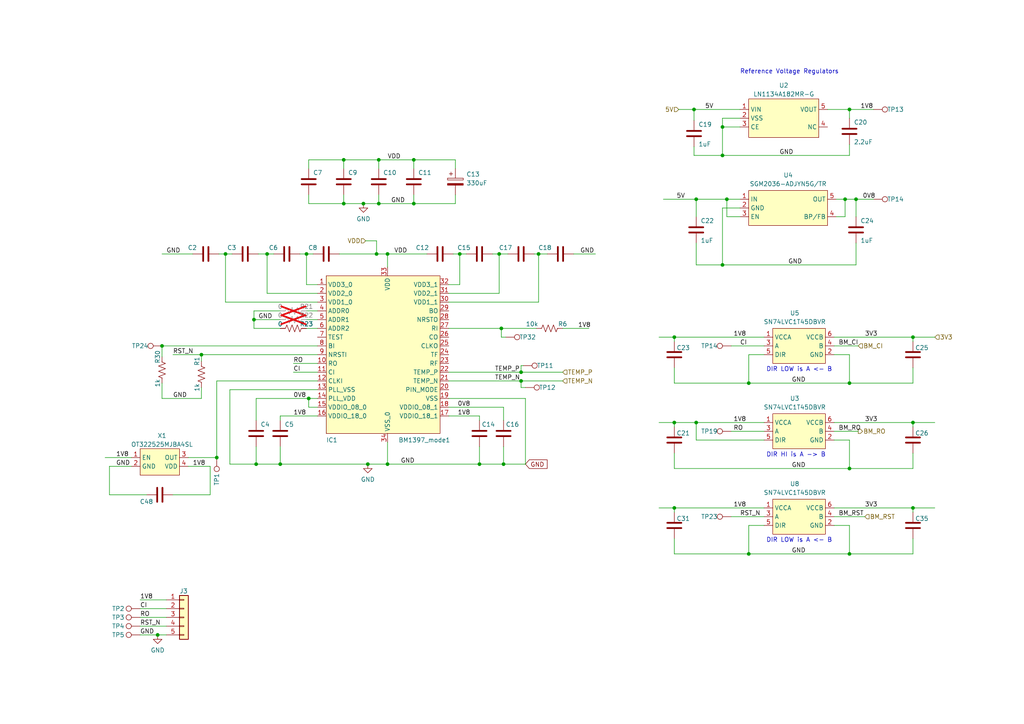
<source format=kicad_sch>
(kicad_sch (version 20230121) (generator eeschema)
  (paper "A4")
  (title_block (title "bitaxe, yo!") (date "2023-05-02") (rev "2.3"))
  (lib_symbols
    (symbol "Connector:TestPoint" (pin_numbers hide) (pin_names (offset 0.762) hide)
      (property "Reference" "TP" (at 0 6.858 0))
      (property "Value" "TestPoint" (at 0 5.08 0))
      (symbol "TestPoint_0_1"
        (circle (center 0 3.302) (radius 0.762))
      )
      (symbol "TestPoint_1_1"
        (pin passive line (at 0 0 90) (length 2.54) (name "1") (number "1"))
      )
    )
    (symbol "Connector_Generic:Conn_01x05" (pin_names (offset 1.016) hide)
      (property "Reference" "J" (at 0 7.62 0))
      (property "Value" "Conn_01x05" (at 0 -7.62 0))
      (symbol "Conn_01x05_1_1"
        (rectangle (start -1.27 -4.953) (end 0 -5.207) (stroke (width 0.1524)))
        (rectangle (start -1.27 -2.413) (end 0 -2.667) (stroke (width 0.1524)))
        (rectangle (start -1.27 0.127) (end 0 -0.127) (stroke (width 0.1524)))
        (rectangle (start -1.27 2.667) (end 0 2.413) (stroke (width 0.1524)))
        (rectangle (start -1.27 5.207) (end 0 4.953) (stroke (width 0.1524)))
        (rectangle (start -1.27 6.35) (end 1.27 -6.35) (stroke (width 0.254)) (fill (type background)))
        (pin passive line (at -5.08 5.08 0) (length 3.81) (name "Pin_1") (number "1"))
        (pin passive line (at -5.08 2.54 0) (length 3.81) (name "Pin_2") (number "2"))
        (pin passive line (at -5.08 0 0) (length 3.81) (name "Pin_3") (number "3"))
        (pin passive line (at -5.08 -2.54 0) (length 3.81) (name "Pin_4") (number "4"))
        (pin passive line (at -5.08 -5.08 0) (length 3.81) (name "Pin_5") (number "5"))
      )
    )
    (symbol "Device:C" (pin_numbers hide) (pin_names (offset 0.254))
      (property "Reference" "C" (at 0.635 2.54 0))
      (property "Value" "C" (at 0.635 -2.54 0))
      (symbol "C_0_1"
        (polyline (pts (xy -2.032 -0.762) (xy 2.032 -0.762)) (stroke (width 0.508)))
        (polyline (pts (xy -2.032 0.762) (xy 2.032 0.762)) (stroke (width 0.508)))
      )
      (symbol "C_1_1"
        (pin passive line (at 0 3.81 270) (length 2.794) (name "~") (number "1"))
        (pin passive line (at 0 -3.81 90) (length 2.794) (name "~") (number "2"))
      )
    )
    (symbol "Device:C_Polarized" (pin_numbers hide) (pin_names (offset 0.254))
      (property "Reference" "C" (at 0.635 2.54 0))
      (property "Value" "C_Polarized" (at 0.635 -2.54 0))
      (symbol "C_Polarized_0_1"
        (rectangle (start -2.286 0.508) (end 2.286 1.016))
        (polyline (pts (xy -1.778 2.286) (xy -0.762 2.286)))
        (polyline (pts (xy -1.27 2.794) (xy -1.27 1.778)))
        (rectangle (start 2.286 -0.508) (end -2.286 -1.016) (fill (type outline)))
      )
      (symbol "C_Polarized_1_1"
        (pin passive line (at 0 3.81 270) (length 2.794) (name "~") (number "1"))
        (pin passive line (at 0 -3.81 90) (length 2.794) (name "~") (number "2"))
      )
    )
    (symbol "Device:R_US" (pin_numbers hide) (pin_names (offset 0))
      (property "Reference" "R" (at 2.54 0 90))
      (property "Value" "R_US" (at -2.54 0 90))
      (symbol "R_US_0_1"
        (polyline (pts (xy 0 -2.286) (xy 0 -2.54)))
        (polyline (pts (xy 0 2.286) (xy 0 2.54)))
        (polyline (pts (xy 0 -0.762) (xy 1.016 -1.143) (xy 0 -1.524) (xy -1.016 -1.905) (xy 0 -2.286)))
        (polyline (pts (xy 0 0.762) (xy 1.016 0.381) (xy 0 0) (xy -1.016 -0.381) (xy 0 -0.762)))
        (polyline (pts (xy 0 2.286) (xy 1.016 1.905) (xy 0 1.524) (xy -1.016 1.143) (xy 0 0.762)))
      )
      (symbol "R_US_1_1"
        (pin passive line (at 0 3.81 270) (length 1.27) (name "~") (number "1"))
        (pin passive line (at 0 -3.81 90) (length 1.27) (name "~") (number "2"))
      )
    )
    (symbol "bitaxe:BM1397_mode1"
      (property "Reference" "IC" (at -17.78 17.78 0))
      (property "Value" "BM1397_mode1" (at -17.78 -30.48 0))
      (symbol "BM1397_mode1_1_0"
        (pin bidirectional line (at -20.32 15.24 0) (length 2.54) (name "VDD3_0") (number "1"))
        (pin bidirectional line (at -20.32 -7.62 0) (length 2.54) (name "RO") (number "10"))
        (pin bidirectional line (at -20.32 -10.16 0) (length 2.54) (name "CI") (number "11"))
        (pin bidirectional line (at -20.32 -12.7 0) (length 2.54) (name "CLKI") (number "12"))
        (pin bidirectional line (at -20.32 -15.24 0) (length 2.54) (name "PLL_VSS") (number "13"))
        (pin bidirectional line (at -20.32 -17.78 0) (length 2.54) (name "PLL_VDD") (number "14"))
        (pin bidirectional line (at -20.32 -20.32 0) (length 2.54) (name "VDDIO_08_0") (number "15"))
        (pin bidirectional line (at -20.32 -22.86 0) (length 2.54) (name "VDDIO_18_0") (number "16"))
        (pin bidirectional line (at 17.78 -22.86 180) (length 2.54) (name "VDDIO_18_1") (number "17"))
        (pin bidirectional line (at 17.78 -20.32 180) (length 2.54) (name "VDDIO_08_1") (number "18"))
        (pin bidirectional line (at 17.78 -17.78 180) (length 2.54) (name "VSS") (number "19"))
        (pin bidirectional line (at -20.32 12.7 0) (length 2.54) (name "VDD2_0") (number "2"))
        (pin bidirectional line (at 17.78 -15.24 180) (length 2.54) (name "PIN_MODE") (number "20"))
        (pin bidirectional line (at 17.78 -12.7 180) (length 2.54) (name "TEMP_N") (number "21"))
        (pin bidirectional line (at 17.78 -10.16 180) (length 2.54) (name "TEMP_P") (number "22"))
        (pin bidirectional line (at 17.78 -7.62 180) (length 2.54) (name "RF") (number "23"))
        (pin bidirectional line (at 17.78 -5.08 180) (length 2.54) (name "TF") (number "24"))
        (pin bidirectional line (at 17.78 -2.54 180) (length 2.54) (name "CLKO") (number "25"))
        (pin bidirectional line (at 17.78 0 180) (length 2.54) (name "CO") (number "26"))
        (pin bidirectional line (at 17.78 2.54 180) (length 2.54) (name "RI") (number "27"))
        (pin bidirectional line (at 17.78 5.08 180) (length 2.54) (name "NRSTO") (number "28"))
        (pin bidirectional line (at 17.78 7.62 180) (length 2.54) (name "BO") (number "29"))
        (pin bidirectional line (at -20.32 10.16 0) (length 2.54) (name "VDD1_0") (number "3"))
        (pin bidirectional line (at 17.78 10.16 180) (length 2.54) (name "VDD1_1") (number "30"))
        (pin bidirectional line (at 17.78 12.7 180) (length 2.54) (name "VDD2_1") (number "31"))
        (pin bidirectional line (at 17.78 15.24 180) (length 2.54) (name "VDD3_1") (number "32"))
        (pin bidirectional line (at 0 20.32 270) (length 2.54) (name "VDD") (number "33"))
        (pin bidirectional line (at 0 -30.48 90) (length 2.54) (name "VSS_0") (number "34"))
        (pin bidirectional line (at -20.32 7.62 0) (length 2.54) (name "ADDR0") (number "4"))
        (pin bidirectional line (at -20.32 5.08 0) (length 2.54) (name "ADDR1") (number "5"))
        (pin bidirectional line (at -20.32 2.54 0) (length 2.54) (name "ADDR2") (number "6"))
        (pin bidirectional line (at -20.32 0 0) (length 2.54) (name "TEST") (number "7"))
        (pin bidirectional line (at -20.32 -2.54 0) (length 2.54) (name "BI") (number "8"))
        (pin bidirectional line (at -20.32 -5.08 0) (length 2.54) (name "NRSTI") (number "9"))
      )
      (symbol "BM1397_mode1_1_1"
        (rectangle (start -17.78 17.78) (end 15.24 -27.94) (stroke (width 0.1524)) (fill (type background)))
      )
    )
    (symbol "lcsc:LN1134A182MR-G"
      (property "Reference" "U" (at 0 7.62 0))
      (property "Value" "LN1134A182MR-G" (at 0 -7.62 0))
      (symbol "LN1134A182MR-G_0_1"
        (rectangle (start -10.16 5.59) (end 10.16 -5.59) (fill (type background)))
        (pin unspecified line (at -12.7 2.54 0) (length 2.54) (name "VIN") (number "1"))
        (pin unspecified line (at -12.7 0 0) (length 2.54) (name "VSS") (number "2"))
        (pin unspecified line (at -12.7 -2.54 0) (length 2.54) (name "CE") (number "3"))
        (pin unspecified line (at 12.7 -2.54 180) (length 2.54) (name "NC") (number "4"))
        (pin unspecified line (at 12.7 2.54 180) (length 2.54) (name "VOUT") (number "5"))
      )
    )
    (symbol "lcsc:OT322525MJBA4SL"
      (property "Reference" "X" (at -1.27 5.08 0))
      (property "Value" "OT322525MJBA4SL" (at 0 -6.35 0))
      (symbol "OT322525MJBA4SL_0_1"
        (rectangle (start -6.35 3.81) (end 5.08 -3.81) (fill (type background)))
        (pin unspecified line (at -8.89 1.27 0) (length 2.54) (name "EN") (number "1"))
        (pin unspecified line (at -8.89 -1.27 0) (length 2.54) (name "GND") (number "2"))
        (pin unspecified line (at 7.62 1.27 180) (length 2.54) (name "OUT") (number "3"))
        (pin unspecified line (at 7.62 -1.27 180) (length 2.54) (name "VDD") (number "4"))
      )
    )
    (symbol "lcsc:SGM2036-ADJYN5G_TR"
      (property "Reference" "U" (at 0 7.62 0))
      (property "Value" "SGM2036-ADJYN5G/TR" (at 0 -7.62 0))
      (symbol "SGM2036-ADJYN5G_TR_0_1"
        (rectangle (start -11.43 5.08) (end 11.43 -5.08) (fill (type background)))
        (pin unspecified line (at -13.97 2.54 0) (length 2.54) (name "IN") (number "1"))
        (pin unspecified line (at -13.97 0 0) (length 2.54) (name "GND") (number "2"))
        (pin unspecified line (at -13.97 -2.54 0) (length 2.54) (name "EN") (number "3"))
        (pin unspecified line (at 13.97 -2.54 180) (length 2.54) (name "BP/FB") (number "4"))
        (pin unspecified line (at 13.97 2.54 180) (length 2.54) (name "OUT") (number "5"))
      )
    )
    (symbol "lcsc:SN74LVC1T45DBVR"
      (property "Reference" "U" (at 0 7.62 0))
      (property "Value" "SN74LVC1T45DBVR" (at 0 -7.62 0))
      (symbol "SN74LVC1T45DBVR_0_1"
        (rectangle (start -6.35 5.08) (end 8.89 -5.08) (fill (type background)))
        (pin unspecified line (at -8.89 2.54 0) (length 2.54) (name "VCCA") (number "1"))
        (pin unspecified line (at 11.43 -2.54 180) (length 2.54) (name "GND") (number "2"))
        (pin unspecified line (at -8.89 0 0) (length 2.54) (name "A") (number "3"))
        (pin unspecified line (at 11.43 0 180) (length 2.54) (name "B") (number "4"))
        (pin unspecified line (at -8.89 -2.54 0) (length 2.54) (name "DIR") (number "5"))
        (pin unspecified line (at 11.43 2.54 180) (length 2.54) (name "VCCB") (number "6"))
      )
    )
    (symbol "power:GND" (power) (pin_names (offset 0))
      (property "Value" "GND" (at 0 -3.81 0))
      (symbol "GND_0_1"
        (polyline (pts (xy 0 0) (xy 0 -1.27) (xy 1.27 -1.27) (xy 0 -2.54) (xy -1.27 -1.27) (xy 0 -1.27)))
      )
      (symbol "GND_1_1"
        (pin power_in line (at 0 0 270) (length 0) hide (name "GND") (number "1"))
      )
    )
  )
  (junction (at 120.015 46.355))
  (junction (at 210.82 57.785))
  (junction (at 112.395 134.62))
  (junction (at 151.13 107.95))
  (junction (at 133.35 73.66))
  (junction (at 146.05 134.62))
  (junction (at 144.78 73.66))
  (junction (at 264.795 122.555))
  (junction (at 209.55 45.085))
  (junction (at 45.72 184.15))
  (junction (at 105.41 59.055))
  (junction (at 65.405 73.66))
  (junction (at 139.065 134.62))
  (junction (at 106.68 134.62))
  (junction (at 246.38 31.75))
  (junction (at 209.55 76.835))
  (junction (at 151.13 110.49))
  (junction (at 217.17 111.125))
  (junction (at 195.58 147.32))
  (junction (at 264.795 97.79))
  (junction (at 201.93 122.555))
  (junction (at 195.58 122.555))
  (junction (at 195.58 97.79))
  (junction (at 81.28 134.62))
  (junction (at 246.38 111.125))
  (junction (at 246.38 160.655))
  (junction (at 46.99 100.33))
  (junction (at 201.93 57.785))
  (junction (at 145.415 95.25))
  (junction (at 109.22 73.66))
  (junction (at 99.695 46.355) (diameter 0.9144))
  (junction (at 112.395 73.66))
  (junction (at 62.865 132.715))
  (junction (at 99.695 59.055) (diameter 0.9144))
  (junction (at 201.295 31.75))
  (junction (at 77.47 73.66))
  (junction (at 89.535 115.57))
  (junction (at 73.66 92.71))
  (junction (at 120.015 59.055))
  (junction (at 109.855 46.355) (diameter 0.9144))
  (junction (at 217.17 160.655))
  (junction (at 248.285 57.785))
  (junction (at 209.55 36.83))
  (junction (at 264.795 147.32))
  (junction (at 109.855 59.055) (diameter 0.9144))
  (junction (at 88.9 73.66))
  (junction (at 58.42 102.87))
  (junction (at 245.11 57.785))
  (junction (at 246.38 135.89))
  (junction (at 156.21 73.66))
  (junction (at 74.295 134.62))
  (wire (pts (xy 62.865 110.49) (xy 92.075 110.49)))
  (wire (pts (xy 132.08 48.895) (xy 132.08 46.355)))
  (wire (pts (xy 195.58 97.79) (xy 221.615 97.79)))
  (wire (pts (xy 246.38 31.75) (xy 246.38 34.29)))
  (wire (pts (xy 130.175 118.11) (xy 146.05 118.11)))
  (wire (pts (xy 40.64 173.99) (xy 48.26 173.99)))
  (wire (pts (xy 156.21 87.63) (xy 156.21 73.66)))
  (wire (pts (xy 85.09 105.41) (xy 92.075 105.41)))
  (wire (pts (xy 201.295 42.545) (xy 201.295 45.085)))
  (wire (pts (xy 40.64 184.15) (xy 45.72 184.15)))
  (wire (pts (xy 144.78 85.09) (xy 144.78 73.66)))
  (wire (pts (xy 130.175 107.95) (xy 151.13 107.95)))
  (wire (pts (xy 264.795 135.89) (xy 264.795 131.445)))
  (wire (pts (xy 130.175 120.65) (xy 139.065 120.65)))
  (wire (pts (xy 217.17 111.125) (xy 246.38 111.125)))
  (wire (pts (xy 151.13 107.95) (xy 163.195 107.95)))
  (wire (pts (xy 46.99 73.66) (xy 55.88 73.66)))
  (wire (pts (xy 221.615 127.635) (xy 201.93 127.635)))
  (wire (pts (xy 212.09 100.33) (xy 221.615 100.33)))
  (wire (pts (xy 38.1 135.255) (xy 31.75 135.255)))
  (wire (pts (xy 105.41 59.055) (xy 99.695 59.055)))
  (wire (pts (xy 264.795 97.79) (xy 264.795 99.06)))
  (wire (pts (xy 248.285 57.785) (xy 248.285 62.865)))
  (wire (pts (xy 85.09 107.95) (xy 92.075 107.95)))
  (wire (pts (xy 73.66 92.71) (xy 81.28 92.71)))
  (wire (pts (xy 248.285 57.785) (xy 253.365 57.785)))
  (wire (pts (xy 195.58 147.32) (xy 195.58 148.59)))
  (wire (pts (xy 109.22 73.66) (xy 112.395 73.66)))
  (wire (pts (xy 217.17 102.87) (xy 217.17 111.125)))
  (wire (pts (xy 112.395 134.62) (xy 139.065 134.62)))
  (wire (pts (xy 58.42 112.395) (xy 58.42 115.57)))
  (wire (pts (xy 209.55 34.29) (xy 209.55 36.83)))
  (wire (pts (xy 195.58 111.125) (xy 217.17 111.125)))
  (wire (pts (xy 152.4 134.62) (xy 152.4 115.57)))
  (wire (pts (xy 195.58 131.445) (xy 195.58 135.89)))
  (wire (pts (xy 191.135 147.32) (xy 195.58 147.32)))
  (wire (pts (xy 241.935 102.87) (xy 246.38 102.87)))
  (wire (pts (xy 212.09 125.095) (xy 221.615 125.095)))
  (wire (pts (xy 264.795 97.79) (xy 271.145 97.79)))
  (wire (pts (xy 214.63 62.865) (xy 210.82 62.865)))
  (wire (pts (xy 212.09 149.86) (xy 221.615 149.86)))
  (wire (pts (xy 195.58 135.89) (xy 246.38 135.89)))
  (wire (pts (xy 151.13 106.045) (xy 151.13 107.95)))
  (wire (pts (xy 246.38 45.085) (xy 246.38 41.91)))
  (wire (pts (xy 195.58 122.555) (xy 195.58 123.825)))
  (wire (pts (xy 241.935 122.555) (xy 264.795 122.555)))
  (wire (pts (xy 99.695 48.895) (xy 99.695 46.355)))
  (wire (pts (xy 109.855 56.515) (xy 109.855 59.055)))
  (wire (pts (xy 195.58 156.21) (xy 195.58 160.655)))
  (wire (pts (xy 45.72 184.15) (xy 48.26 184.15)))
  (wire (pts (xy 201.93 122.555) (xy 201.93 127.635)))
  (wire (pts (xy 130.175 85.09) (xy 144.78 85.09)))
  (wire (pts (xy 209.55 36.83) (xy 214.63 36.83)))
  (wire (pts (xy 246.38 102.87) (xy 246.38 111.125)))
  (wire (pts (xy 166.37 73.66) (xy 172.72 73.66)))
  (wire (pts (xy 81.28 120.65) (xy 92.075 120.65)))
  (wire (pts (xy 241.935 100.33) (xy 248.92 100.33)))
  (wire (pts (xy 66.675 113.03) (xy 92.075 113.03)))
  (wire (pts (xy 74.295 129.54) (xy 74.295 134.62)))
  (wire (pts (xy 241.935 152.4) (xy 246.38 152.4)))
  (wire (pts (xy 131.445 73.66) (xy 133.35 73.66)))
  (wire (pts (xy 109.855 48.895) (xy 109.855 46.355)))
  (wire (pts (xy 86.995 73.66) (xy 88.9 73.66)))
  (wire (pts (xy 142.875 73.66) (xy 144.78 73.66)))
  (wire (pts (xy 109.22 69.85) (xy 109.22 73.66)))
  (wire (pts (xy 73.66 95.25) (xy 81.28 95.25)))
  (wire (pts (xy 77.47 73.66) (xy 79.375 73.66)))
  (wire (pts (xy 92.075 118.11) (xy 89.535 118.11)))
  (wire (pts (xy 30.48 132.715) (xy 38.1 132.715)))
  (wire (pts (xy 50.165 143.51) (xy 60.96 143.51)))
  (wire (pts (xy 195.58 97.79) (xy 195.58 99.06)))
  (wire (pts (xy 242.57 62.865) (xy 245.11 62.865)))
  (wire (pts (xy 201.93 76.835) (xy 201.93 70.485)))
  (wire (pts (xy 65.405 87.63) (xy 65.405 73.66)))
  (wire (pts (xy 221.615 152.4) (xy 217.17 152.4)))
  (wire (pts (xy 264.795 160.655) (xy 264.795 156.21)))
  (wire (pts (xy 120.015 59.055) (xy 109.855 59.055)))
  (wire (pts (xy 89.535 115.57) (xy 92.075 115.57)))
  (wire (pts (xy 248.285 70.485) (xy 248.285 76.835)))
  (wire (pts (xy 74.93 73.66) (xy 77.47 73.66)))
  (wire (pts (xy 151.13 112.395) (xy 151.13 110.49)))
  (wire (pts (xy 192.405 57.785) (xy 201.93 57.785)))
  (wire (pts (xy 88.9 95.25) (xy 92.075 95.25)))
  (wire (pts (xy 242.57 57.785) (xy 245.11 57.785)))
  (wire (pts (xy 241.935 125.095) (xy 248.92 125.095)))
  (wire (pts (xy 245.11 57.785) (xy 248.285 57.785)))
  (wire (pts (xy 133.35 73.66) (xy 135.255 73.66)))
  (wire (pts (xy 146.685 97.79) (xy 145.415 97.79)))
  (wire (pts (xy 217.17 152.4) (xy 217.17 160.655)))
  (wire (pts (xy 46.99 100.33) (xy 46.99 103.505)))
  (wire (pts (xy 201.93 57.785) (xy 210.82 57.785)))
  (wire (pts (xy 196.85 31.75) (xy 201.295 31.75)))
  (wire (pts (xy 58.42 102.87) (xy 92.075 102.87)))
  (wire (pts (xy 130.175 95.25) (xy 145.415 95.25)))
  (wire (pts (xy 99.695 59.055) (xy 89.535 59.055)))
  (wire (pts (xy 123.825 73.66) (xy 112.395 73.66)))
  (wire (pts (xy 74.295 134.62) (xy 81.28 134.62)))
  (wire (pts (xy 65.405 73.66) (xy 67.31 73.66)))
  (wire (pts (xy 210.82 57.785) (xy 214.63 57.785)))
  (wire (pts (xy 98.425 73.66) (xy 109.22 73.66)))
  (wire (pts (xy 92.075 82.55) (xy 88.9 82.55)))
  (wire (pts (xy 60.96 135.255) (xy 54.61 135.255)))
  (wire (pts (xy 73.66 92.71) (xy 73.66 95.25)))
  (wire (pts (xy 66.675 113.03) (xy 66.675 134.62)))
  (wire (pts (xy 46.99 115.57) (xy 58.42 115.57)))
  (wire (pts (xy 74.295 115.57) (xy 89.535 115.57)))
  (wire (pts (xy 89.535 56.515) (xy 89.535 59.055)))
  (wire (pts (xy 152.4 112.395) (xy 151.13 112.395)))
  (wire (pts (xy 109.855 59.055) (xy 105.41 59.055)))
  (wire (pts (xy 264.795 111.125) (xy 264.795 106.68)))
  (wire (pts (xy 191.135 97.79) (xy 195.58 97.79)))
  (wire (pts (xy 154.94 73.66) (xy 156.21 73.66)))
  (wire (pts (xy 109.855 46.355) (xy 120.015 46.355)))
  (wire (pts (xy 209.55 45.085) (xy 246.38 45.085)))
  (wire (pts (xy 201.295 45.085) (xy 209.55 45.085)))
  (wire (pts (xy 63.5 73.66) (xy 65.405 73.66)))
  (wire (pts (xy 201.93 57.785) (xy 201.93 62.865)))
  (wire (pts (xy 120.015 48.895) (xy 120.015 46.355)))
  (wire (pts (xy 241.935 97.79) (xy 264.795 97.79)))
  (wire (pts (xy 106.045 69.85) (xy 109.22 69.85)))
  (wire (pts (xy 240.03 31.75) (xy 246.38 31.75)))
  (wire (pts (xy 77.47 85.09) (xy 77.47 73.66)))
  (wire (pts (xy 31.75 135.255) (xy 31.75 143.51)))
  (wire (pts (xy 246.38 135.89) (xy 264.795 135.89)))
  (wire (pts (xy 74.295 121.92) (xy 74.295 115.57)))
  (wire (pts (xy 146.05 134.62) (xy 152.4 134.62)))
  (wire (pts (xy 191.135 122.555) (xy 195.58 122.555)))
  (wire (pts (xy 145.415 95.25) (xy 155.575 95.25)))
  (wire (pts (xy 73.66 90.17) (xy 73.66 92.71)))
  (wire (pts (xy 210.82 62.865) (xy 210.82 57.785)))
  (wire (pts (xy 246.38 127.635) (xy 246.38 135.89)))
  (wire (pts (xy 139.065 129.54) (xy 139.065 134.62)))
  (wire (pts (xy 146.05 118.11) (xy 146.05 121.92)))
  (wire (pts (xy 81.28 129.54) (xy 81.28 134.62)))
  (wire (pts (xy 195.58 147.32) (xy 221.615 147.32)))
  (wire (pts (xy 195.58 106.68) (xy 195.58 111.125)))
  (wire (pts (xy 163.195 95.25) (xy 170.815 95.25)))
  (wire (pts (xy 195.58 160.655) (xy 217.17 160.655)))
  (wire (pts (xy 81.28 90.17) (xy 73.66 90.17)))
  (wire (pts (xy 146.05 129.54) (xy 146.05 134.62)))
  (wire (pts (xy 217.17 160.655) (xy 246.38 160.655)))
  (wire (pts (xy 133.35 82.55) (xy 133.35 73.66)))
  (wire (pts (xy 264.795 147.32) (xy 264.795 148.59)))
  (wire (pts (xy 99.695 56.515) (xy 99.695 59.055)))
  (wire (pts (xy 246.38 160.655) (xy 264.795 160.655)))
  (wire (pts (xy 31.75 143.51) (xy 42.545 143.51)))
  (wire (pts (xy 151.13 110.49) (xy 163.195 110.49)))
  (wire (pts (xy 209.55 76.835) (xy 248.285 76.835)))
  (wire (pts (xy 201.295 31.75) (xy 214.63 31.75)))
  (wire (pts (xy 246.38 152.4) (xy 246.38 160.655)))
  (wire (pts (xy 221.615 102.87) (xy 217.17 102.87)))
  (wire (pts (xy 195.58 122.555) (xy 201.93 122.555)))
  (wire (pts (xy 58.42 102.87) (xy 58.42 104.775)))
  (wire (pts (xy 144.78 73.66) (xy 147.32 73.66)))
  (wire (pts (xy 112.395 73.66) (xy 112.395 77.47)))
  (wire (pts (xy 130.175 82.55) (xy 133.35 82.55)))
  (wire (pts (xy 46.99 100.33) (xy 92.075 100.33)))
  (wire (pts (xy 92.075 87.63) (xy 65.405 87.63)))
  (wire (pts (xy 139.065 120.65) (xy 139.065 121.92)))
  (wire (pts (xy 264.795 122.555) (xy 271.145 122.555)))
  (wire (pts (xy 89.535 46.355) (xy 99.695 46.355)))
  (wire (pts (xy 81.28 121.92) (xy 81.28 120.65)))
  (wire (pts (xy 209.55 60.325) (xy 209.55 76.835)))
  (wire (pts (xy 245.11 57.785) (xy 245.11 62.865)))
  (wire (pts (xy 201.295 31.75) (xy 201.295 34.925)))
  (wire (pts (xy 130.175 87.63) (xy 156.21 87.63)))
  (wire (pts (xy 92.075 85.09) (xy 77.47 85.09)))
  (wire (pts (xy 156.21 73.66) (xy 158.75 73.66)))
  (wire (pts (xy 264.795 147.32) (xy 271.145 147.32)))
  (wire (pts (xy 60.96 143.51) (xy 60.96 135.255)))
  (wire (pts (xy 120.015 46.355) (xy 132.08 46.355)))
  (wire (pts (xy 130.175 110.49) (xy 151.13 110.49)))
  (wire (pts (xy 40.64 179.07) (xy 48.26 179.07)))
  (wire (pts (xy 46.99 111.125) (xy 46.99 115.57)))
  (wire (pts (xy 88.9 92.71) (xy 92.075 92.71)))
  (wire (pts (xy 89.535 118.11) (xy 89.535 115.57)))
  (wire (pts (xy 99.695 46.355) (xy 109.855 46.355)))
  (wire (pts (xy 214.63 34.29) (xy 209.55 34.29)))
  (wire (pts (xy 241.935 127.635) (xy 246.38 127.635)))
  (wire (pts (xy 152.4 115.57) (xy 130.175 115.57)))
  (wire (pts (xy 132.08 56.515) (xy 132.08 59.055)))
  (wire (pts (xy 50.165 102.87) (xy 58.42 102.87)))
  (wire (pts (xy 246.38 31.75) (xy 253.365 31.75)))
  (wire (pts (xy 120.015 56.515) (xy 120.015 59.055)))
  (wire (pts (xy 89.535 48.895) (xy 89.535 46.355)))
  (wire (pts (xy 88.9 73.66) (xy 90.805 73.66)))
  (wire (pts (xy 241.935 149.86) (xy 250.825 149.86)))
  (wire (pts (xy 201.93 122.555) (xy 221.615 122.555)))
  (wire (pts (xy 145.415 97.79) (xy 145.415 95.25)))
  (wire (pts (xy 209.55 76.835) (xy 201.93 76.835)))
  (wire (pts (xy 264.795 122.555) (xy 264.795 123.825)))
  (wire (pts (xy 81.28 134.62) (xy 106.68 134.62)))
  (wire (pts (xy 246.38 111.125) (xy 264.795 111.125)))
  (wire (pts (xy 54.61 132.715) (xy 62.865 132.715)))
  (wire (pts (xy 40.64 176.53) (xy 48.26 176.53)))
  (wire (pts (xy 88.9 73.66) (xy 88.9 82.55)))
  (wire (pts (xy 209.55 36.83) (xy 209.55 45.085)))
  (wire (pts (xy 40.64 181.61) (xy 48.26 181.61)))
  (wire (pts (xy 241.935 147.32) (xy 264.795 147.32)))
  (wire (pts (xy 214.63 60.325) (xy 209.55 60.325)))
  (wire (pts (xy 120.015 59.055) (xy 132.08 59.055)))
  (wire (pts (xy 112.395 134.62) (xy 112.395 128.27)))
  (wire (pts (xy 62.865 110.49) (xy 62.865 132.715)))
  (wire (pts (xy 139.065 134.62) (xy 146.05 134.62)))
  (wire (pts (xy 88.9 90.17) (xy 92.075 90.17)))
  (wire (pts (xy 66.675 134.62) (xy 74.295 134.62)))
  (wire (pts (xy 106.68 134.62) (xy 112.395 134.62)))
  (wire (pts (xy 151.765 106.045) (xy 151.13 106.045)))
  (text "Reference Voltage Regulators" (at 214.63 21.59 0) (effects (font (size 1.27 1.27)) (justify left bottom)))
  (text "DIR LOW is A <- B" (at 222.25 157.48 0) (effects (font (size 1.27 1.27)) (justify left bottom)))
  (text "DIR HI is A -> B" (at 222.25 132.715 0) (effects (font (size 1.27 1.27)) (justify left bottom)))
  (text "DIR LOW is A <- B" (at 222.25 107.95 0) (effects (font (size 1.27 1.27)) (justify left bottom)))
  (label "GND" (at 40.64 184.15 0))
  (label "BM_RST" (at 243.205 149.86 0))
  (label "TEMP_P" (at 143.51 107.95 0))
  (label "1V8" (at 167.64 95.25 0))
  (label "1V8" (at 249.555 31.75 0))
  (label "1V8" (at 55.88 135.255 0))
  (label "CI" (at 40.64 176.53 0))
  (label "GND" (at 116.205 134.62 0))
  (label "0V8" (at 132.715 118.11 0))
  (label "1V8" (at 132.715 120.65 0))
  (label "VDD" (at 114.3 73.66 0))
  (label "RST_N" (at 40.64 181.61 0))
  (label "GND" (at 74.93 92.71 0))
  (label "RO" (at 40.64 179.07 0))
  (label "GND" (at 50.165 115.57 0))
  (label "GND" (at 233.68 135.89 180))
  (label "GND" (at 226.06 45.085 0))
  (label "VDD" (at 112.395 46.355 0))
  (label "3V3" (at 250.825 122.555 0))
  (label "1V8" (at 212.725 122.555 0))
  (label "GND" (at 233.68 111.125 180))
  (label "5V" (at 204.47 31.75 0))
  (label "BM_CI" (at 243.205 100.33 0))
  (label "1V8" (at 85.09 120.65 0))
  (label "RO" (at 85.09 105.41 0))
  (label "GND" (at 233.68 160.655 180))
  (label "RST_N" (at 50.165 102.87 0))
  (label "CI" (at 85.09 107.95 0))
  (label "GND" (at 33.655 135.255 0))
  (label "5V" (at 196.215 57.785 0))
  (label "GND" (at 168.275 73.66 0))
  (label "0V8" (at 250.19 57.785 0))
  (label "3V3" (at 250.825 97.79 0))
  (label "3V3" (at 250.825 147.32 0))
  (label "GND" (at 228.6 76.835 0))
  (label "CI" (at 214.63 100.33 0))
  (label "1V8" (at 33.655 132.715 0))
  (label "BM_RO" (at 243.205 125.095 0))
  (label "RST_N" (at 214.63 149.86 0))
  (label "1V8" (at 212.725 147.32 0))
  (label "1V8" (at 212.725 97.79 0))
  (label "0V8" (at 85.09 115.57 0))
  (label "GND" (at 117.475 59.055 180))
  (label "1V8" (at 40.64 173.99 0))
  (label "TEMP_N" (at 143.51 110.49 0))
  (label "GND" (at 48.26 73.66 0))
  (label "RO" (at 212.725 125.095 0))
  (global_label "GND" (shape input) (at 152.4 134.62 0) (property "Intersheetrefs" "${INTERSHEET_REFS}" (effects hide)))
  (hierarchical_label "BM_RST" (shape input) (at 250.825 149.86 0))
  (hierarchical_label "TEMP_N" (shape input) (at 163.195 110.49 0))
  (hierarchical_label "BM_CI" (shape input) (at 248.92 100.33 0))
  (hierarchical_label "VDD" (shape input) (at 106.045 69.85 180))
  (hierarchical_label "5V" (shape input) (at 196.85 31.75 180))
  (hierarchical_label "BM_RO" (shape output) (at 248.92 125.095 0))
  (hierarchical_label "TEMP_P" (shape input) (at 163.195 107.95 0))
  (hierarchical_label "3V3" (shape input) (at 271.145 97.79 0))
  (symbol (lib_id "Device:C") (at 195.58 127.635 0) (unit 1)
    (property "Reference" "C21" (at 196.215 126.365 0) (effects (justify left bottom)))
    (property "Value" "0.1uF" (at 196.215 131.445 0) (effects (justify left bottom)))
    (property "Footprint" "Capacitor_SMD:C_0402_1005Metric" (effects hide))
    (property "Value" "311-3342-1-ND" (effects hide))
    (property "DK" "1292-1639-1-ND" (effects hide))
    (property "PARTNO" "0402X104K100CT" (effects hide))
    (instances (project "Hashat" (path "" (reference "C21") (unit 1))) (project "bitaxeMax" (path "" (reference "C53") (unit 1))))
  )
  (symbol (lib_id "Connector:TestPoint") (at 40.64 181.61 90) (mirror x) (unit 1)
    (property "Reference" "TP4" (at 34.29 181.61 90))
    (property "Value" "TestPoint" (effects hide))
    (property "Footprint" "TestPoint:TestPoint_Pad_D1.5mm" (effects hide))
    (property "DNP" "T" (effects hide))
  )
  (symbol (lib_id "Device:C") (at 89.535 52.705 0) (unit 1)
    (property "Reference" "C7" (at 90.805 50.8 0) (effects (justify left bottom)))
    (property "Value" "0.1uF" (at 90.805 55.88 0) (effects (justify left bottom)))
    (property "Footprint" "Capacitor_SMD:C_0402_1005Metric" (effects hide))
    (property "Value" "311-3342-1-ND" (effects hide))
    (property "DK" "1292-1639-1-ND" (effects hide))
    (property "PARTNO" "0402X104K100CT" (effects hide))
  )
  (symbol (lib_id "Device:C") (at 162.56 73.66 90) (unit 1)
    (property "Reference" "C18" (at 160.02 71.12 90) (effects (justify left bottom)))
    (property "Value" "1uF" (at 161.29 74.295 90) (effects (justify left bottom)))
    (property "Footprint" "Capacitor_SMD:C_0402_1005Metric" (effects hide))
    (property "Value" "587-5514-1-ND" (effects hide))
    (property "DK" "587-5514-1-ND" (effects hide))
    (property "PARTNO" "EMK105BJ105MV-F" (effects hide))
  )
  (symbol (lib_id "power:GND") (at 106.68 134.62 0) (mirror y) (unit 1)
    (property "Reference" "#PWR02" (effects hide))
    (property "Value" "GND" (at 106.68 139.065 0))
  )
  (symbol (lib_id "Device:R_US") (at 159.385 95.25 90) (unit 1)
    (property "Reference" "R6" (at 163.195 93.98 90))
    (property "Value" "10k" (at 154.305 93.98 90))
    (property "Footprint" "Resistor_SMD:R_0402_1005Metric" (effects hide))
    (property "DK" "311-10KJRCT-ND" (effects hide))
    (property "PARTNO" "RC0402JR-0710KL" (effects hide))
  )
  (symbol (lib_id "Device:C") (at 151.13 73.66 90) (unit 1)
    (property "Reference" "C17" (at 148.59 71.12 90) (effects (justify left bottom)))
    (property "Value" "1uF" (at 149.86 74.295 90) (effects (justify left bottom)))
    (property "Footprint" "Capacitor_SMD:C_0402_1005Metric" (effects hide))
    (property "Value" "587-5514-1-ND" (effects hide))
    (property "DK" "587-5514-1-ND" (effects hide))
    (property "PARTNO" "EMK105BJ105MV-F" (effects hide))
  )
  (symbol (lib_id "Connector:TestPoint") (at 212.09 149.86 90) (mirror x) (unit 1)
    (property "Reference" "TP23" (at 205.74 149.86 90))
    (property "Value" "TestPoint" (effects hide))
    (property "Footprint" "TestPoint:TestPoint_Pad_D1.5mm" (effects hide))
    (property "DNP" "T" (effects hide))
    (instances (project "Hashat" (path "" (reference "TP23") (unit 1))) (project "bitaxeMax" (path "" (reference "TP33") (unit 1))))
  )
  (symbol (lib_id "Connector:TestPoint") (at 46.99 100.33 90) (mirror x) (unit 1)
    (property "Reference" "TP24" (at 40.64 100.33 90))
    (property "Value" "TestPoint" (effects hide))
    (property "Footprint" "TestPoint:TestPoint_Pad_D1.5mm" (effects hide))
    (property "DNP" "T" (effects hide))
  )
  (symbol (lib_id "Device:C") (at 201.295 38.735 0) (unit 1)
    (property "Reference" "C19" (at 202.565 36.83 0) (effects (justify left bottom)))
    (property "Value" "1uF" (at 202.565 42.545 0) (effects (justify left bottom)))
    (property "Footprint" "Capacitor_SMD:C_0402_1005Metric" (effects hide))
    (property "DK" "587-5514-1-ND" (effects hide))
    (property "PARTNO" "EMK105BJ105MV-F" (effects hide))
  )
  (symbol (lib_id "Device:C") (at 264.795 152.4 0) (unit 1)
    (property "Reference" "C35" (at 265.43 151.13 0) (effects (justify left bottom)))
    (property "Value" "0.1uF" (at 265.43 156.21 0) (effects (justify left bottom)))
    (property "Footprint" "Capacitor_SMD:C_0402_1005Metric" (effects hide))
    (property "Value" "311-3342-1-ND" (effects hide))
    (property "DK" "1292-1639-1-ND" (effects hide))
    (property "PARTNO" "0402X104K100CT" (effects hide))
    (instances (project "Hashat" (path "" (reference "C35") (unit 1))) (project "bitaxeMax" (path "" (reference "C57") (unit 1))))
  )
  (symbol (lib_id "bitaxe:BM1397_mode1") (at 112.395 97.79 0) (unit 1)
    (property "Reference" "IC1" (at 94.615 127.635 0) (effects (justify left)))
    (property "Value" "BM1397_mode1" (at 115.57 127.635 0) (effects (justify left)))
    (property "Footprint" "bitaxe:BM1397" (effects hide))
    (property "DNP" "T" (effects hide))
  )
  (symbol (lib_id "Connector:TestPoint") (at 40.64 179.07 90) (unit 1)
    (property "Reference" "TP3" (at 34.29 179.07 90))
    (property "Value" "TestPoint" (effects hide))
    (property "Footprint" "TestPoint:TestPoint_Pad_D1.5mm" (effects hide))
    (property "DNP" "T" (effects hide))
  )
  (symbol (lib_id "Connector_Generic:Conn_01x05") (at 53.34 179.07 0) (unit 1)
    (property "Reference" "J3" (at 52.07 171.45 0) (effects (justify left)))
    (property "Value" "Conn_01x05" (effects hide))
    (property "Footprint" "Connector_PinHeader_2.54mm:PinHeader_1x05_P2.54mm_Vertical" (effects hide))
    (property "DNP" "T" (effects hide))
  )
  (symbol (lib_id "Device:C") (at 246.38 38.1 0) (unit 1)
    (property "Reference" "C20" (at 247.65 36.195 0) (effects (justify left bottom)))
    (property "Value" "2.2uF" (at 247.65 41.91 0) (effects (justify left bottom)))
    (property "Footprint" "Capacitor_SMD:C_0402_1005Metric" (effects hide))
    (instances (project "Hashat" (path "" (reference "C20") (unit 1))) (project "bitaxeMax" (path "" (reference "C21") (unit 1))))
  )
  (symbol (lib_id "Device:C") (at 99.695 52.705 0) (unit 1)
    (property "Reference" "C9" (at 100.965 50.8 0) (effects (justify left bottom)))
    (property "Value" "0.1uF" (at 100.965 55.88 0) (effects (justify left bottom)))
    (property "Footprint" "Capacitor_SMD:C_0402_1005Metric" (effects hide))
    (property "Value" "311-3342-1-ND" (effects hide))
    (property "DK" "1292-1639-1-ND" (effects hide))
    (property "PARTNO" "0402X104K100CT" (effects hide))
  )
  (symbol (lib_id "Device:C_Polarized") (at 132.08 52.705 0) (unit 1)
    (property "Reference" "C13" (at 135.255 50.5459 0) (effects (justify left)))
    (property "Value" "330uF" (at 135.255 53.0859 0) (effects (justify left)))
    (property "Footprint" "Capacitor_Tantalum_SMD:CP_EIA-7343-31_Kemet-D_Pad2.25x2.55mm_HandSolder" (effects hide))
    (property "DK" "718-1028-1-ND" (effects hide))
    (property "PARTNO" "293D337X9010E2TE3" (effects hide))
  )
  (symbol (lib_id "Connector:TestPoint") (at 253.365 57.785 270) (mirror x) (unit 1)
    (property "Reference" "TP14" (at 259.715 57.785 90))
    (property "Value" "TestPoint" (effects hide))
    (property "Footprint" "TestPoint:TestPoint_Pad_D1.5mm" (effects hide))
    (property "DNP" "T" (effects hide))
  )
  (symbol (lib_id "Device:R_US") (at 85.09 90.17 90) (unit 1) (dnp yes)
    (property "Reference" "R21" (at 88.9 88.9 90))
    (property "Value" "0" (at 81.28 88.9 90))
    (property "Footprint" "Resistor_SMD:R_0402_1005Metric" (effects hide))
    (property "DK" "RMCF0402ZT0R00CT-ND" (effects hide))
    (property "PARTNO" "RMCF0402ZT0R00" (effects hide))
  )
  (symbol (lib_id "Device:R_US") (at 85.09 92.71 90) (unit 1) (dnp yes)
    (property "Reference" "R22" (at 88.9 91.44 90))
    (property "Value" "0" (at 81.28 91.44 90))
    (property "Footprint" "Resistor_SMD:R_0402_1005Metric" (effects hide))
    (property "DK" "RMCF0402ZT0R00CT-ND" (effects hide))
    (property "PARTNO" "RMCF0402ZT0R00" (effects hide))
  )
  (symbol (lib_id "Device:C") (at 127.635 73.66 90) (unit 1)
    (property "Reference" "C12" (at 124.46 71.12 90) (effects (justify left bottom)))
    (property "Value" "1uF" (at 126.365 74.295 90) (effects (justify left bottom)))
    (property "Footprint" "Capacitor_SMD:C_0402_1005Metric" (effects hide))
    (property "Value" "587-5514-1-ND" (effects hide))
    (property "DK" "587-5514-1-ND" (effects hide))
    (property "PARTNO" "EMK105BJ105MV-F" (effects hide))
  )
  (symbol (lib_id "Device:C") (at 109.855 52.705 0) (unit 1)
    (property "Reference" "C10" (at 111.125 50.8 0) (effects (justify left bottom)))
    (property "Value" "1uF" (at 111.125 55.88 0) (effects (justify left bottom)))
    (property "Footprint" "Capacitor_SMD:C_0402_1005Metric" (effects hide))
    (property "Value" "587-5514-1-ND" (effects hide))
    (property "DK" "587-5514-1-ND" (effects hide))
    (property "PARTNO" "EMK105BJ105MV-F" (effects hide))
  )
  (symbol (lib_id "Connector:TestPoint") (at 40.64 176.53 90) (mirror x) (unit 1)
    (property "Reference" "TP2" (at 34.29 176.53 90))
    (property "Value" "TestPoint" (effects hide))
    (property "Footprint" "TestPoint:TestPoint_Pad_D1.5mm" (effects hide))
    (property "DNP" "T" (effects hide))
  )
  (symbol (lib_id "Device:C") (at 46.355 143.51 90) (unit 1)
    (property "Reference" "C48" (at 44.45 144.78 90) (effects (justify left bottom)))
    (property "Value" "0.1uF" (at 53.34 144.78 90) (effects (justify left bottom)))
    (property "Footprint" "Capacitor_SMD:C_0402_1005Metric" (effects hide))
    (property "Value" "311-3342-1-ND" (effects hide))
    (property "DK" "1292-1639-1-ND" (effects hide))
    (property "PARTNO" "0402X104K100CT" (effects hide))
    (instances (project "Hashat" (path "" (reference "C48") (unit 1))) (project "bitaxeMax" (path "" (reference "C58") (unit 1))))
  )
  (symbol (lib_id "lcsc:SN74LVC1T45DBVR") (at 230.505 149.86 0) (unit 1)
    (property "Reference" "U8" (at 230.505 140.335 0))
    (property "Value" "SN74LVC1T45DBVR" (at 230.505 142.875 0))
    (property "Footprint" "lcsc:SOT-23-6_L2.9-W1.6-P0.95-LS2.8-BR" (effects hide))
    (property "Datasheet" "https://lcsc.com/product-detail/74-Series_TI_SN74LVC1T45DBVR_SN74LVC1T45DBVR_C7843.html" (effects hide))
    (property "Manufacturer" "TI(德州仪器)" (effects hide))
    (property "LCSC Part" "C7843" (effects hide))
    (property "JLC Part" "Extended Part" (effects hide))
    (instances (project "Hashat" (path "" (reference "U8") (unit 1))) (project "bitaxeMax" (path "" (reference "U16") (unit 1))))
  )
  (symbol (lib_id "Device:C") (at 71.12 73.66 90) (unit 1)
    (property "Reference" "C3" (at 68.58 71.12 90) (effects (justify left bottom)))
    (property "Value" "1uF" (at 69.85 74.295 90) (effects (justify left bottom)))
    (property "Footprint" "Capacitor_SMD:C_0402_1005Metric" (effects hide))
    (property "Value" "587-5514-1-ND" (effects hide))
    (property "DK" "587-5514-1-ND" (effects hide))
    (property "PARTNO" "EMK105BJ105MV-F" (effects hide))
  )
  (symbol (lib_id "lcsc:LN1134A182MR-G") (at 227.33 34.29 0) (unit 1)
    (property "Reference" "U2" (at 227.33 24.765 0))
    (property "Value" "LN1134A182MR-G" (at 227.33 27.305 0))
    (property "Footprint" "lcsc:SOT-23-5_L3.0-W1.7-P0.95-LS2.8-BR" (effects hide))
    (property "Datasheet" "https://lcsc.com/product-detail/Low-Dropout-Regulators-LDO_LN1134A182MR-G_C141424.html" (effects hide))
    (property "Manufacturer" "natlinear(南麟)" (effects hide))
    (property "LCSC Part" "C141424" (effects hide))
    (property "JLC Part" "Extended Part" (effects hide))
  )
  (symbol (lib_id "lcsc:OT322525MJBA4SL") (at 46.99 133.985 0) (unit 1)
    (property "Reference" "X1" (at 46.99 126.365 0))
    (property "Value" "OT322525MJBA4SL" (at 46.99 128.905 0))
    (property "Footprint" "lcsc:OSC-SMD_4P-L3.2-W2.5-BL" (effects hide))
    (property "Datasheet" "https://lcsc.com/product-detail/SMD-Oscillators-XO_Yangxing-Tech-OT322525MJBA4SL_C669088.html" (effects hide))
    (property "Manufacturer" "YXC(扬兴晶振)" (effects hide))
    (property "LCSC Part" "C669088" (effects hide))
    (property "JLC Part" "Extended Part" (effects hide))
  )
  (symbol (lib_id "lcsc:SGM2036-ADJYN5G_TR") (at 228.6 60.325 0) (unit 1)
    (property "Reference" "U4" (at 228.6 50.8 0))
    (property "Value" "SGM2036-ADJYN5G/TR" (at 228.6 53.34 0))
    (property "Footprint" "lcsc:SOT-23-5_L3.0-W1.7-P0.95-LS2.8-BR" (effects hide))
    (property "Datasheet" "https://lcsc.com/product-detail/Others_SG-Micro-SGM2036-ADJYN5G-TR_C194594.html" (effects hide))
    (property "Manufacturer" "SGMICRO(圣邦微)" (effects hide))
    (property "LCSC Part" "C194594" (effects hide))
    (property "JLC Part" "Extended Part" (effects hide))
    (instances (project "Hashat" (path "" (reference "U4") (unit 1))) (project "bitaxeMax" (path "" (reference "U3") (unit 1))))
  )
  (symbol (lib_id "Device:C") (at 120.015 52.705 0) (unit 1)
    (property "Reference" "C11" (at 121.285 50.8 0) (effects (justify left bottom)))
    (property "Value" "1uF" (at 121.285 55.88 0) (effects (justify left bottom)))
    (property "Footprint" "Capacitor_SMD:C_0402_1005Metric" (effects hide))
    (property "Value" "587-5514-1-ND" (effects hide))
    (property "DK" "587-5514-1-ND" (effects hide))
    (property "PARTNO" "EMK105BJ105MV-F" (effects hide))
  )
  (symbol (lib_id "Device:C") (at 195.58 152.4 0) (unit 1)
    (property "Reference" "C31" (at 196.215 151.13 0) (effects (justify left bottom)))
    (property "Value" "0.1uF" (at 196.215 156.21 0) (effects (justify left bottom)))
    (property "Footprint" "Capacitor_SMD:C_0402_1005Metric" (effects hide))
    (property "Value" "311-3342-1-ND" (effects hide))
    (property "DK" "1292-1639-1-ND" (effects hide))
    (property "PARTNO" "0402X104K100CT" (effects hide))
    (instances (project "Hashat" (path "" (reference "C31") (unit 1))) (project "bitaxeMax" (path "" (reference "C54") (unit 1))))
  )
  (symbol (lib_id "Device:C") (at 248.285 66.675 0) (unit 1)
    (property "Reference" "C24" (at 249.555 64.77 0) (effects (justify left bottom)))
    (property "Value" "1uF" (at 249.555 70.485 0) (effects (justify left bottom)))
    (property "Footprint" "Capacitor_SMD:C_0402_1005Metric" (effects hide))
    (property "DK" "587-5514-1-ND" (effects hide))
    (property "PARTNO" "EMK105BJ105MV-F" (effects hide))
    (instances (project "Hashat" (path "" (reference "C24") (unit 1))) (project "bitaxeMax" (path "" (reference "C26") (unit 1))))
  )
  (symbol (lib_id "Device:C") (at 74.295 125.73 0) (unit 1)
    (property "Reference" "C4" (at 75.565 123.825 0) (effects (justify left bottom)))
    (property "Value" "1uF" (at 75.565 129.54 0) (effects (justify left bottom)))
    (property "Footprint" "Capacitor_SMD:C_0402_1005Metric" (effects hide))
    (property "Value" "587-5514-1-ND" (effects hide))
    (property "DK" "587-5514-1-ND" (effects hide))
    (property "PARTNO" "EMK105BJ105MV-F" (effects hide))
  )
  (symbol (lib_id "Device:C") (at 139.065 125.73 0) (unit 1)
    (property "Reference" "C14" (at 139.7 123.825 0) (effects (justify left bottom)))
    (property "Value" "1uF" (at 139.7 129.54 0) (effects (justify left bottom)))
    (property "Footprint" "Capacitor_SMD:C_0402_1005Metric" (effects hide))
    (property "Value" "587-5514-1-ND" (effects hide))
    (property "DK" "587-5514-1-ND" (effects hide))
    (property "PARTNO" "EMK105BJ105MV-F" (effects hide))
  )
  (symbol (lib_id "Device:C") (at 81.28 125.73 0) (unit 1)
    (property "Reference" "C5" (at 82.55 123.825 0) (effects (justify left bottom)))
    (property "Value" "1uF" (at 82.55 129.54 0) (effects (justify left bottom)))
    (property "Footprint" "Capacitor_SMD:C_0402_1005Metric" (effects hide))
    (property "Value" "587-5514-1-ND" (effects hide))
    (property "DK" "587-5514-1-ND" (effects hide))
    (property "PARTNO" "EMK105BJ105MV-F" (effects hide))
  )
  (symbol (lib_id "Connector:TestPoint") (at 212.09 100.33 90) (mirror x) (unit 1)
    (property "Reference" "TP14" (at 205.74 100.33 90))
    (property "Value" "TestPoint" (effects hide))
    (property "Footprint" "TestPoint:TestPoint_Pad_D1.5mm" (effects hide))
    (property "DNP" "T" (effects hide))
    (instances (project "Hashat" (path "" (reference "TP14") (unit 1))) (project "bitaxeMax" (path "" (reference "TP20") (unit 1))))
  )
  (symbol (lib_id "Connector:TestPoint") (at 253.365 31.75 270) (mirror x) (unit 1)
    (property "Reference" "TP13" (at 259.715 31.75 90))
    (property "Value" "TestPoint" (effects hide))
    (property "Footprint" "TestPoint:TestPoint_Pad_D1.5mm" (effects hide))
    (property "DNP" "T" (effects hide))
  )
  (symbol (lib_id "Device:C") (at 264.795 127.635 0) (unit 1)
    (property "Reference" "C26" (at 265.43 126.365 0) (effects (justify left bottom)))
    (property "Value" "0.1uF" (at 265.43 131.445 0) (effects (justify left bottom)))
    (property "Footprint" "Capacitor_SMD:C_0402_1005Metric" (effects hide))
    (property "Value" "311-3342-1-ND" (effects hide))
    (property "DK" "1292-1639-1-ND" (effects hide))
    (property "PARTNO" "0402X104K100CT" (effects hide))
    (instances (project "Hashat" (path "" (reference "C26") (unit 1))) (project "bitaxeMax" (path "" (reference "C56") (unit 1))))
  )
  (symbol (lib_id "lcsc:SN74LVC1T45DBVR") (at 230.505 100.33 0) (unit 1)
    (property "Reference" "U5" (at 230.505 90.805 0))
    (property "Value" "SN74LVC1T45DBVR" (at 230.505 93.345 0))
    (property "Footprint" "lcsc:SOT-23-6_L2.9-W1.6-P0.95-LS2.8-BR" (effects hide))
    (property "Datasheet" "https://lcsc.com/product-detail/74-Series_TI_SN74LVC1T45DBVR_SN74LVC1T45DBVR_C7843.html" (effects hide))
    (property "Manufacturer" "TI(德州仪器)" (effects hide))
    (property "LCSC Part" "C7843" (effects hide))
    (property "JLC Part" "Extended Part" (effects hide))
    (instances (project "Hashat" (path "" (reference "U5") (unit 1))) (project "bitaxeMax" (path "" (reference "U14") (unit 1))))
  )
  (symbol (lib_id "Connector:TestPoint") (at 62.865 132.715 0) (mirror x) (unit 1)
    (property "Reference" "TP1" (at 62.865 139.065 90))
    (property "Value" "TestPoint" (effects hide))
    (property "Footprint" "TestPoint:TestPoint_Pad_D1.5mm" (effects hide))
    (property "DNP" "T" (effects hide))
    (instances (project "Hashat" (path "" (reference "TP1") (unit 1))) (project "bitaxeMax" (path "" (reference "TP36") (unit 1))))
  )
  (symbol (lib_id "lcsc:SN74LVC1T45DBVR") (at 230.505 125.095 0) (unit 1)
    (property "Reference" "U3" (at 230.505 115.57 0))
    (property "Value" "SN74LVC1T45DBVR" (at 230.505 118.11 0))
    (property "Footprint" "lcsc:SOT-23-6_L2.9-W1.6-P0.95-LS2.8-BR" (effects hide))
    (property "Datasheet" "https://lcsc.com/product-detail/74-Series_TI_SN74LVC1T45DBVR_SN74LVC1T45DBVR_C7843.html" (effects hide))
    (property "Manufacturer" "TI(德州仪器)" (effects hide))
    (property "LCSC Part" "C7843" (effects hide))
    (property "JLC Part" "Extended Part" (effects hide))
    (instances (project "Hashat" (path "" (reference "U3") (unit 1))) (project "bitaxeMax" (path "" (reference "U15") (unit 1))))
  )
  (symbol (lib_id "Device:R_US") (at 85.09 95.25 90) (unit 1)
    (property "Reference" "R23" (at 88.9 93.98 90))
    (property "Value" "0" (at 81.28 93.98 90))
    (property "Footprint" "Resistor_SMD:R_0402_1005Metric" (effects hide))
    (property "DK" "RMCF0402ZT0R00CT-ND" (effects hide))
    (property "PARTNO" "RMCF0402ZT0R00" (effects hide))
  )
  (symbol (lib_id "power:GND") (at 105.41 59.055 0) (mirror y) (unit 1)
    (property "Reference" "#PWR01" (effects hide))
    (property "Value" "GND" (at 105.41 63.5 0))
  )
  (symbol (lib_id "Connector:TestPoint") (at 146.685 97.79 270) (mirror x) (unit 1)
    (property "Reference" "TP32" (at 153.035 97.79 90))
    (property "Value" "TestPoint" (effects hide))
    (property "Footprint" "TestPoint:TestPoint_Pad_D1.5mm" (effects hide))
    (property "DNP" "T" (effects hide))
  )
  (symbol (lib_id "Device:R_US") (at 58.42 108.585 180) (unit 1)
    (property "Reference" "R1" (at 57.15 104.775 90))
    (property "Value" "1k" (at 57.15 112.395 90))
    (property "Footprint" "Resistor_SMD:R_0402_1005Metric" (effects hide))
    (property "DK" "YAG2306CT-ND" (effects hide))
  )
  (symbol (lib_id "Device:C") (at 201.93 66.675 0) (unit 1)
    (property "Reference" "C22" (at 203.2 64.77 0) (effects (justify left bottom)))
    (property "Value" "1uF" (at 203.2 70.485 0) (effects (justify left bottom)))
    (property "Footprint" "Capacitor_SMD:C_0402_1005Metric" (effects hide))
    (property "DK" "587-5514-1-ND" (effects hide))
    (property "PARTNO" "EMK105BJ105MV-F" (effects hide))
    (instances (project "Hashat" (path "" (reference "C22") (unit 1))) (project "bitaxeMax" (path "" (reference "C20") (unit 1))))
  )
  (symbol (lib_id "Device:C") (at 146.05 125.73 0) (unit 1)
    (property "Reference" "C16" (at 146.685 123.825 0) (effects (justify left bottom)))
    (property "Value" "1uF" (at 147.32 129.54 0) (effects (justify left bottom)))
    (property "Footprint" "Capacitor_SMD:C_0402_1005Metric" (effects hide))
    (property "Value" "587-5514-1-ND" (effects hide))
    (property "DK" "587-5514-1-ND" (effects hide))
    (property "PARTNO" "EMK105BJ105MV-F" (effects hide))
  )
  (symbol (lib_id "Connector:TestPoint") (at 212.09 125.095 90) (mirror x) (unit 1)
    (property "Reference" "TP19" (at 205.74 125.095 90))
    (property "Value" "TestPoint" (effects hide))
    (property "Footprint" "TestPoint:TestPoint_Pad_D1.5mm" (effects hide))
    (property "DNP" "T" (effects hide))
    (instances (project "Hashat" (path "" (reference "TP19") (unit 1))) (project "bitaxeMax" (path "" (reference "TP21") (unit 1))))
  )
  (symbol (lib_id "Connector:TestPoint") (at 152.4 112.395 270) (mirror x) (unit 1)
    (property "Reference" "TP12" (at 158.75 112.395 90))
    (property "Value" "TestPoint" (effects hide))
    (property "Footprint" "TestPoint:TestPoint_Pad_D1.5mm" (effects hide))
    (property "DNP" "T" (effects hide))
  )
  (symbol (lib_id "Device:C") (at 59.69 73.66 90) (unit 1)
    (property "Reference" "C2" (at 57.15 71.12 90) (effects (justify left bottom)))
    (property "Value" "1uF" (at 58.42 74.295 90) (effects (justify left bottom)))
    (property "Footprint" "Capacitor_SMD:C_0402_1005Metric" (effects hide))
    (property "Value" "587-5514-1-ND" (effects hide))
    (property "DK" "587-5514-1-ND" (effects hide))
    (property "PARTNO" "EMK105BJ105MV-F" (effects hide))
  )
  (symbol (lib_id "Device:C") (at 264.795 102.87 0) (unit 1)
    (property "Reference" "C25" (at 265.43 101.6 0) (effects (justify left bottom)))
    (property "Value" "0.1uF" (at 265.43 106.68 0) (effects (justify left bottom)))
    (property "Footprint" "Capacitor_SMD:C_0402_1005Metric" (effects hide))
    (property "Value" "311-3342-1-ND" (effects hide))
    (property "DK" "1292-1639-1-ND" (effects hide))
    (property "PARTNO" "0402X104K100CT" (effects hide))
    (instances (project "Hashat" (path "" (reference "C25") (unit 1))) (project "bitaxeMax" (path "" (reference "C55") (unit 1))))
  )
  (symbol (lib_id "Device:C") (at 195.58 102.87 0) (unit 1)
    (property "Reference" "C23" (at 196.215 101.6 0) (effects (justify left bottom)))
    (property "Value" "0.1uF" (at 196.215 106.68 0) (effects (justify left bottom)))
    (property "Footprint" "Capacitor_SMD:C_0402_1005Metric" (effects hide))
    (property "Value" "311-3342-1-ND" (effects hide))
    (property "DK" "1292-1639-1-ND" (effects hide))
    (property "PARTNO" "0402X104K100CT" (effects hide))
    (instances (project "Hashat" (path "" (reference "C23") (unit 1))) (project "bitaxeMax" (path "" (reference "C48") (unit 1))))
  )
  (symbol (lib_id "Connector:TestPoint") (at 151.765 106.045 270) (mirror x) (unit 1)
    (property "Reference" "TP11" (at 158.115 106.045 90))
    (property "Value" "TestPoint" (effects hide))
    (property "Footprint" "TestPoint:TestPoint_Pad_D1.5mm" (effects hide))
    (property "DNP" "T" (effects hide))
  )
  (symbol (lib_id "Device:C") (at 94.615 73.66 90) (unit 1)
    (property "Reference" "C8" (at 92.075 71.12 90) (effects (justify left bottom)))
    (property "Value" "1uF" (at 93.345 74.295 90) (effects (justify left bottom)))
    (property "Footprint" "Capacitor_SMD:C_0402_1005Metric" (effects hide))
    (property "Value" "587-5514-1-ND" (effects hide))
    (property "DK" "587-5514-1-ND" (effects hide))
    (property "PARTNO" "EMK105BJ105MV-F" (effects hide))
  )
  (symbol (lib_id "Connector:TestPoint") (at 40.64 184.15 90) (mirror x) (unit 1)
    (property "Reference" "TP5" (at 34.29 184.15 90))
    (property "Value" "TestPoint" (effects hide))
    (property "Footprint" "TestPoint:TestPoint_Pad_D1.5mm" (effects hide))
    (property "DNP" "T" (effects hide))
  )
  (symbol (lib_id "Device:C") (at 83.185 73.66 90) (unit 1)
    (property "Reference" "C6" (at 80.645 71.12 90) (effects (justify left bottom)))
    (property "Value" "1uF" (at 81.915 74.295 90) (effects (justify left bottom)))
    (property "Footprint" "Capacitor_SMD:C_0402_1005Metric" (effects hide))
    (property "Value" "587-5514-1-ND" (effects hide))
    (property "DK" "587-5514-1-ND" (effects hide))
    (property "PARTNO" "EMK105BJ105MV-F" (effects hide))
  )
  (symbol (lib_id "power:GND") (at 45.72 184.15 0) (mirror y) (unit 1)
    (property "Reference" "#PWR03" (effects hide))
    (property "Value" "GND" (at 45.72 188.595 0))
  )
  (symbol (lib_id "Device:C") (at 139.065 73.66 90) (unit 1)
    (property "Reference" "C15" (at 136.525 71.12 90) (effects (justify left bottom)))
    (property "Value" "1uF" (at 137.795 74.295 90) (effects (justify left bottom)))
    (property "Footprint" "Capacitor_SMD:C_0402_1005Metric" (effects hide))
    (property "Value" "587-5514-1-ND" (effects hide))
    (property "DK" "587-5514-1-ND" (effects hide))
    (property "PARTNO" "EMK105BJ105MV-F" (effects hide))
  )
  (symbol (lib_id "Device:R_US") (at 46.99 107.315 180) (unit 1)
    (property "Reference" "R30" (at 45.72 103.505 90))
    (property "Value" "1k" (at 45.72 111.125 90))
    (property "Footprint" "Resistor_SMD:R_0402_1005Metric" (effects hide))
    (property "DK" "YAG2306CT-ND" (effects hide))
  )
)
</source>
